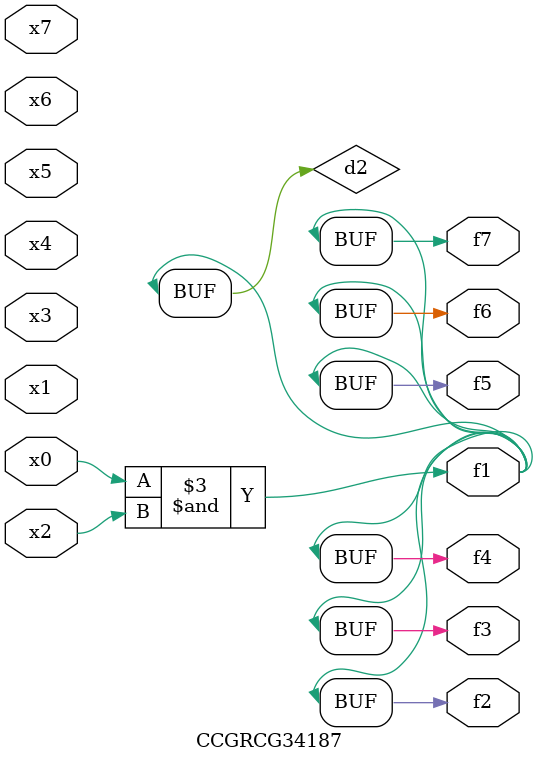
<source format=v>
module CCGRCG34187(
	input x0, x1, x2, x3, x4, x5, x6, x7,
	output f1, f2, f3, f4, f5, f6, f7
);

	wire d1, d2;

	nor (d1, x3, x6);
	and (d2, x0, x2);
	assign f1 = d2;
	assign f2 = d2;
	assign f3 = d2;
	assign f4 = d2;
	assign f5 = d2;
	assign f6 = d2;
	assign f7 = d2;
endmodule

</source>
